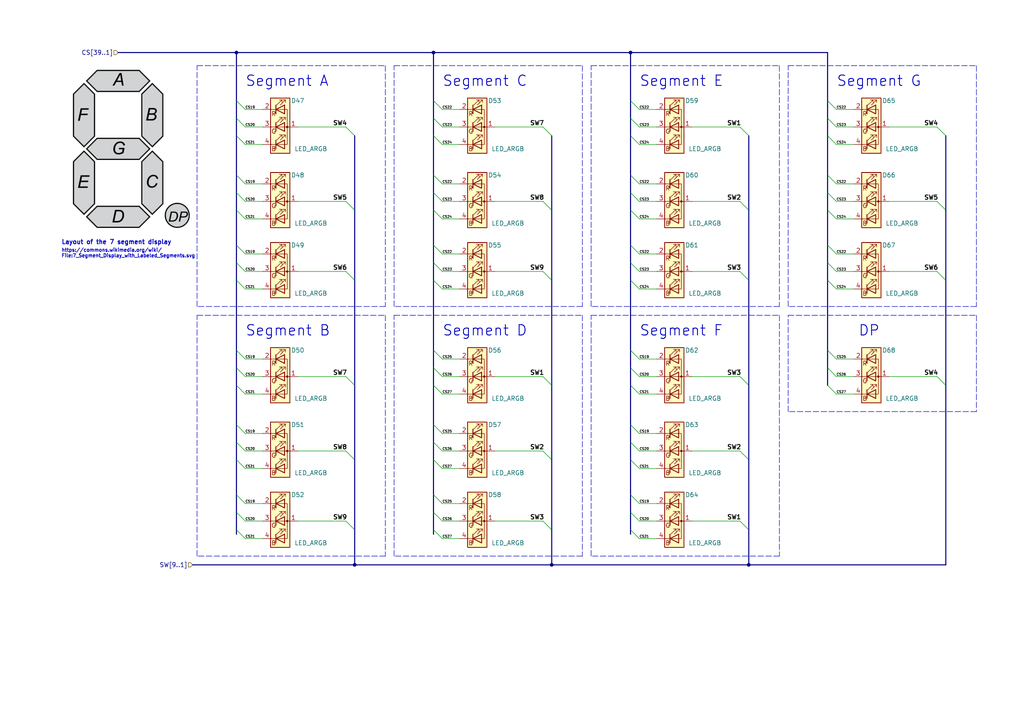
<source format=kicad_sch>
(kicad_sch (version 20211123) (generator eeschema)
  (paper "A4")
  (title_block (title "PMod RGB & Segment Display") (rev "v0.1") (company "James Horton") (comment 1 "interface, all LED's are designed to be indivdually addressable ") (comment 2 "This design is a 4 Digit Seven Segment Display made from RGB LED's, controlled using I2C") (comment 4 "Licensed Under CERN Open Hardware Licence Version 2 - Permissive"))
  (lib_symbols
    (symbol "Device:LED_ARGB" (pin_names (offset 0) hide)
      (property "Reference" "D" (at 0 9.398 0))
      (property "Value" "LED_ARGB" (at 0 -8.89 0))
      (symbol "LED_ARGB_0_0"
        (text "B" (at -1.905 -6.35 0) (effects (font (size 1.27 1.27))))
        (text "G" (at -1.905 -1.27 0) (effects (font (size 1.27 1.27))))
        (text "R" (at -1.905 3.81 0) (effects (font (size 1.27 1.27))))
      )
      (symbol "LED_ARGB_0_1"
        (polyline (pts (xy -1.27 -5.08) (xy -2.54 -5.08)))
        (polyline (pts (xy -1.27 -5.08) (xy 1.27 -5.08)))
        (polyline (pts (xy -1.27 -3.81) (xy -1.27 -6.35)) (stroke (width 0.254)))
        (polyline (pts (xy -1.27 0) (xy -2.54 0)))
        (polyline (pts (xy -1.27 1.27) (xy -1.27 -1.27)) (stroke (width 0.254)))
        (polyline (pts (xy -1.27 5.08) (xy -2.54 5.08)))
        (polyline (pts (xy -1.27 5.08) (xy 1.27 5.08)))
        (polyline (pts (xy -1.27 6.35) (xy -1.27 3.81)) (stroke (width 0.254)))
        (polyline (pts (xy 1.27 0) (xy -1.27 0)))
        (polyline (pts (xy 1.27 0) (xy 2.54 0)))
        (polyline (pts (xy -1.27 1.27) (xy -1.27 -1.27) (xy -1.27 -1.27)))
        (polyline (pts (xy -1.27 6.35) (xy -1.27 3.81) (xy -1.27 3.81)))
        (polyline (pts (xy 1.27 -5.08) (xy 2.032 -5.08) (xy 2.032 5.08) (xy 1.27 5.08)))
        (polyline (pts (xy 1.27 -3.81) (xy 1.27 -6.35) (xy -1.27 -5.08) (xy 1.27 -3.81)) (stroke (width 0.254)))
        (polyline (pts (xy 1.27 1.27) (xy 1.27 -1.27) (xy -1.27 0) (xy 1.27 1.27)) (stroke (width 0.254)))
        (polyline (pts (xy 1.27 6.35) (xy 1.27 3.81) (xy -1.27 5.08) (xy 1.27 6.35)) (stroke (width 0.254)))
        (polyline (pts (xy -1.016 -3.81) (xy 0.508 -2.286) (xy -0.254 -2.286) (xy 0.508 -2.286) (xy 0.508 -3.048)))
        (polyline (pts (xy -1.016 1.27) (xy 0.508 2.794) (xy -0.254 2.794) (xy 0.508 2.794) (xy 0.508 2.032)))
        (polyline (pts (xy -1.016 6.35) (xy 0.508 7.874) (xy -0.254 7.874) (xy 0.508 7.874) (xy 0.508 7.112)))
        (polyline (pts (xy 0 -3.81) (xy 1.524 -2.286) (xy 0.762 -2.286) (xy 1.524 -2.286) (xy 1.524 -3.048)))
        (polyline (pts (xy 0 1.27) (xy 1.524 2.794) (xy 0.762 2.794) (xy 1.524 2.794) (xy 1.524 2.032)))
        (polyline (pts (xy 0 6.35) (xy 1.524 7.874) (xy 0.762 7.874) (xy 1.524 7.874) (xy 1.524 7.112)))
        (rectangle (start 1.27 -1.27) (end 1.27 1.27))
        (rectangle (start 1.27 1.27) (end 1.27 1.27))
        (rectangle (start 1.27 3.81) (end 1.27 6.35))
        (rectangle (start 1.27 6.35) (end 1.27 6.35))
        (circle (center 2.032 0) (radius 0.254) (fill (type outline)))
        (rectangle (start 2.794 8.382) (end -2.794 -7.62) (stroke (width 0.254)) (fill (type background)))
      )
      (symbol "LED_ARGB_1_1"
        (pin passive line (at 5.08 0 180) (length 2.54) (name "A") (number "1"))
        (pin passive line (at -5.08 5.08 0) (length 2.54) (name "RK") (number "2"))
        (pin passive line (at -5.08 0 0) (length 2.54) (name "GK") (number "3"))
        (pin passive line (at -5.08 -5.08 0) (length 2.54) (name "BK") (number "4"))
      )
    )
  )
  (junction (at 217.17 163.83))
  (junction (at 160.02 163.83))
  (junction (at 102.87 163.83))
  (junction (at 182.88 15.24))
  (junction (at 125.73 15.24))
  (junction (at 68.58 15.24))
  (bus_entry (at 182.88 55.88) (size 2.54 2.54))
  (bus_entry (at 125.73 133.35) (size 2.54 2.54))
  (bus_entry (at 214.63 130.81) (size 2.54 2.54))
  (bus_entry (at 214.63 109.22) (size 2.54 2.54))
  (bus_entry (at 214.63 36.83) (size 2.54 2.54))
  (bus_entry (at 125.73 81.28) (size 2.54 2.54))
  (bus_entry (at 240.03 55.88) (size 2.54 2.54))
  (bus_entry (at 182.88 76.2) (size 2.54 2.54))
  (bus_entry (at 182.88 50.8) (size 2.54 2.54))
  (bus_entry (at 125.73 50.8) (size 2.54 2.54))
  (bus_entry (at 68.58 39.37) (size 2.54 2.54))
  (bus_entry (at 100.33 36.83) (size 2.54 2.54))
  (bus_entry (at 125.73 143.51) (size 2.54 2.54))
  (bus_entry (at 240.03 106.68) (size 2.54 2.54))
  (bus_entry (at 68.58 143.51) (size 2.54 2.54))
  (bus_entry (at 182.88 128.27) (size 2.54 2.54))
  (bus_entry (at 182.88 133.35) (size 2.54 2.54))
  (bus_entry (at 182.88 39.37) (size 2.54 2.54))
  (bus_entry (at 182.88 101.6) (size 2.54 2.54))
  (bus_entry (at 125.73 148.59) (size 2.54 2.54))
  (bus_entry (at 182.88 111.76) (size 2.54 2.54))
  (bus_entry (at 240.03 71.12) (size 2.54 2.54))
  (bus_entry (at 100.33 151.13) (size 2.54 2.54))
  (bus_entry (at 182.88 60.96) (size 2.54 2.54))
  (bus_entry (at 240.03 39.37) (size 2.54 2.54))
  (bus_entry (at 240.03 50.8) (size 2.54 2.54))
  (bus_entry (at 182.88 148.59) (size 2.54 2.54))
  (bus_entry (at 125.73 153.67) (size 2.54 2.54))
  (bus_entry (at 182.88 34.29) (size 2.54 2.54))
  (bus_entry (at 157.48 151.13) (size 2.54 2.54))
  (bus_entry (at 271.78 109.22) (size 2.54 2.54))
  (bus_entry (at 125.73 71.12) (size 2.54 2.54))
  (bus_entry (at 68.58 153.67) (size 2.54 2.54))
  (bus_entry (at 214.63 58.42) (size 2.54 2.54))
  (bus_entry (at 182.88 81.28) (size 2.54 2.54))
  (bus_entry (at 157.48 58.42) (size 2.54 2.54))
  (bus_entry (at 240.03 101.6) (size 2.54 2.54))
  (bus_entry (at 182.88 71.12) (size 2.54 2.54))
  (bus_entry (at 100.33 78.74) (size 2.54 2.54))
  (bus_entry (at 214.63 78.74) (size 2.54 2.54))
  (bus_entry (at 125.73 111.76) (size 2.54 2.54))
  (bus_entry (at 125.73 106.68) (size 2.54 2.54))
  (bus_entry (at 182.88 123.19) (size 2.54 2.54))
  (bus_entry (at 68.58 133.35) (size 2.54 2.54))
  (bus_entry (at 240.03 111.76) (size 2.54 2.54))
  (bus_entry (at 68.58 71.12) (size 2.54 2.54))
  (bus_entry (at 271.78 58.42) (size 2.54 2.54))
  (bus_entry (at 125.73 101.6) (size 2.54 2.54))
  (bus_entry (at 125.73 29.21) (size 2.54 2.54))
  (bus_entry (at 68.58 101.6) (size 2.54 2.54))
  (bus_entry (at 240.03 81.28) (size 2.54 2.54))
  (bus_entry (at 125.73 76.2) (size 2.54 2.54))
  (bus_entry (at 125.73 34.29) (size 2.54 2.54))
  (bus_entry (at 182.88 29.21) (size 2.54 2.54))
  (bus_entry (at 157.48 36.83) (size 2.54 2.54))
  (bus_entry (at 68.58 60.96) (size 2.54 2.54))
  (bus_entry (at 68.58 55.88) (size 2.54 2.54))
  (bus_entry (at 214.63 151.13) (size 2.54 2.54))
  (bus_entry (at 240.03 29.21) (size 2.54 2.54))
  (bus_entry (at 100.33 109.22) (size 2.54 2.54))
  (bus_entry (at 240.03 60.96) (size 2.54 2.54))
  (bus_entry (at 125.73 60.96) (size 2.54 2.54))
  (bus_entry (at 68.58 29.21) (size 2.54 2.54))
  (bus_entry (at 68.58 128.27) (size 2.54 2.54))
  (bus_entry (at 68.58 34.29) (size 2.54 2.54))
  (bus_entry (at 68.58 106.68) (size 2.54 2.54))
  (bus_entry (at 240.03 76.2) (size 2.54 2.54))
  (bus_entry (at 68.58 148.59) (size 2.54 2.54))
  (bus_entry (at 68.58 76.2) (size 2.54 2.54))
  (bus_entry (at 157.48 78.74) (size 2.54 2.54))
  (bus_entry (at 240.03 34.29) (size 2.54 2.54))
  (bus_entry (at 157.48 130.81) (size 2.54 2.54))
  (bus_entry (at 125.73 55.88) (size 2.54 2.54))
  (bus_entry (at 100.33 130.81) (size 2.54 2.54))
  (bus_entry (at 68.58 50.8) (size 2.54 2.54))
  (bus_entry (at 125.73 39.37) (size 2.54 2.54))
  (bus_entry (at 125.73 123.19) (size 2.54 2.54))
  (bus_entry (at 157.48 109.22) (size 2.54 2.54))
  (bus_entry (at 182.88 143.51) (size 2.54 2.54))
  (bus_entry (at 271.78 36.83) (size 2.54 2.54))
  (bus_entry (at 125.73 128.27) (size 2.54 2.54))
  (bus_entry (at 68.58 111.76) (size 2.54 2.54))
  (bus_entry (at 68.58 123.19) (size 2.54 2.54))
  (bus_entry (at 182.88 106.68) (size 2.54 2.54))
  (bus_entry (at 100.33 58.42) (size 2.54 2.54))
  (bus_entry (at 68.58 81.28) (size 2.54 2.54))
  (bus_entry (at 182.88 153.67) (size 2.54 2.54))
  (bus_entry (at 271.78 78.74) (size 2.54 2.54))
  (wire (pts (xy 200.66 109.22) (xy 214.63 109.22)))
  (wire (pts (xy 86.36 109.22) (xy 100.33 109.22)))
  (wire (pts (xy 242.57 36.83) (xy 247.65 36.83)))
  (bus (pts (xy 125.73 143.51) (xy 125.73 148.59)))
  (wire (pts (xy 71.12 73.66) (xy 76.2 73.66)))
  (wire (pts (xy 71.12 36.83) (xy 76.2 36.83)))
  (bus (pts (xy 68.58 123.19) (xy 68.58 128.27)))
  (polyline (pts (xy 171.45 88.9) (xy 171.45 19.05)))
  (wire (pts (xy 242.57 104.14) (xy 247.65 104.14)))
  (wire (pts (xy 185.42 104.14) (xy 190.5 104.14)))
  (wire (pts (xy 214.63 130.81) (xy 200.66 130.81)))
  (bus (pts (xy 274.32 60.96) (xy 274.32 81.28)))
  (wire (pts (xy 128.27 156.21) (xy 133.35 156.21)))
  (bus (pts (xy 125.73 15.24) (xy 182.88 15.24)))
  (bus (pts (xy 240.03 50.8) (xy 240.03 55.88)))
  (wire (pts (xy 242.57 73.66) (xy 247.65 73.66)))
  (wire (pts (xy 128.27 78.74) (xy 133.35 78.74)))
  (wire (pts (xy 185.42 156.21) (xy 190.5 156.21)))
  (bus (pts (xy 125.73 55.88) (xy 125.73 60.96)))
  (wire (pts (xy 242.57 41.91) (xy 247.65 41.91)))
  (wire (pts (xy 200.66 36.83) (xy 214.63 36.83)))
  (polyline (pts (xy 111.76 19.05) (xy 111.76 88.9)))
  (wire (pts (xy 257.81 78.74) (xy 271.78 78.74)))
  (polyline (pts (xy 283.21 119.38) (xy 228.6 119.38)))
  (bus (pts (xy 182.88 60.96) (xy 182.88 71.12)))
  (bus (pts (xy 125.73 71.12) (xy 125.73 76.2)))
  (bus (pts (xy 217.17 163.83) (xy 274.32 163.83)))
  (bus (pts (xy 182.88 133.35) (xy 182.88 143.51)))
  (bus (pts (xy 68.58 15.24) (xy 125.73 15.24)))
  (wire (pts (xy 128.27 114.3) (xy 133.35 114.3)))
  (bus (pts (xy 217.17 81.28) (xy 217.17 111.76)))
  (wire (pts (xy 71.12 78.74) (xy 76.2 78.74)))
  (wire (pts (xy 71.12 31.75) (xy 76.2 31.75)))
  (bus (pts (xy 182.88 148.59) (xy 182.88 153.67)))
  (bus (pts (xy 182.88 29.21) (xy 182.88 34.29)))
  (wire (pts (xy 143.51 36.83) (xy 157.48 36.83)))
  (bus (pts (xy 68.58 76.2) (xy 68.58 81.28)))
  (wire (pts (xy 128.27 31.75) (xy 133.35 31.75)))
  (wire (pts (xy 71.12 156.21) (xy 76.2 156.21)))
  (wire (pts (xy 185.42 146.05) (xy 190.5 146.05)))
  (bus (pts (xy 68.58 153.67) (xy 68.58 154.94)))
  (wire (pts (xy 185.42 53.34) (xy 190.5 53.34)))
  (polyline (pts (xy 171.45 161.29) (xy 171.45 91.44)))
  (wire (pts (xy 143.51 109.22) (xy 157.48 109.22)))
  (bus (pts (xy 68.58 111.76) (xy 68.58 123.19)))
  (wire (pts (xy 214.63 58.42) (xy 200.66 58.42)))
  (wire (pts (xy 242.57 58.42) (xy 247.65 58.42)))
  (wire (pts (xy 185.42 73.66) (xy 190.5 73.66)))
  (bus (pts (xy 182.88 143.51) (xy 182.88 148.59)))
  (bus (pts (xy 182.88 106.68) (xy 182.88 111.76)))
  (wire (pts (xy 128.27 104.14) (xy 133.35 104.14)))
  (bus (pts (xy 182.88 50.8) (xy 182.88 55.88)))
  (wire (pts (xy 128.27 151.13) (xy 133.35 151.13)))
  (wire (pts (xy 271.78 58.42) (xy 257.81 58.42)))
  (wire (pts (xy 242.57 31.75) (xy 247.65 31.75)))
  (bus (pts (xy 240.03 55.88) (xy 240.03 60.96)))
  (wire (pts (xy 185.42 58.42) (xy 190.5 58.42)))
  (wire (pts (xy 185.42 36.83) (xy 190.5 36.83)))
  (bus (pts (xy 160.02 111.76) (xy 160.02 81.28)))
  (bus (pts (xy 68.58 29.21) (xy 68.58 34.29)))
  (wire (pts (xy 185.42 114.3) (xy 190.5 114.3)))
  (bus (pts (xy 68.58 39.37) (xy 68.58 50.8)))
  (bus (pts (xy 240.03 101.6) (xy 240.03 106.68)))
  (wire (pts (xy 128.27 41.91) (xy 133.35 41.91)))
  (wire (pts (xy 128.27 125.73) (xy 133.35 125.73)))
  (bus (pts (xy 102.87 60.96) (xy 102.87 81.28)))
  (wire (pts (xy 257.81 109.22) (xy 271.78 109.22)))
  (wire (pts (xy 185.42 41.91) (xy 190.5 41.91)))
  (polyline (pts (xy 114.3 88.9) (xy 114.3 19.05)))
  (wire (pts (xy 71.12 130.81) (xy 76.2 130.81)))
  (bus (pts (xy 55.88 163.83) (xy 102.87 163.83)))
  (bus (pts (xy 68.58 81.28) (xy 68.58 101.6)))
  (polyline (pts (xy 171.45 19.05) (xy 226.06 19.05)))
  (wire (pts (xy 71.12 114.3) (xy 76.2 114.3)))
  (polyline (pts (xy 226.06 91.44) (xy 226.06 161.29)))
  (wire (pts (xy 185.42 109.22) (xy 190.5 109.22)))
  (bus (pts (xy 125.73 148.59) (xy 125.73 153.67)))
  (bus (pts (xy 125.73 34.29) (xy 125.73 39.37)))
  (bus (pts (xy 182.88 15.24) (xy 240.03 15.24)))
  (polyline (pts (xy 57.15 91.44) (xy 111.76 91.44)))
  (polyline (pts (xy 228.6 19.05) (xy 283.21 19.05)))
  (polyline (pts (xy 228.6 119.38) (xy 228.6 91.44)))
  (bus (pts (xy 274.32 111.76) (xy 274.32 163.83)))
  (bus (pts (xy 68.58 133.35) (xy 68.58 143.51)))
  (polyline (pts (xy 111.76 91.44) (xy 111.76 161.29)))
  (wire (pts (xy 157.48 58.42) (xy 143.51 58.42)))
  (bus (pts (xy 125.73 81.28) (xy 125.73 101.6)))
  (wire (pts (xy 157.48 130.81) (xy 143.51 130.81)))
  (bus (pts (xy 125.73 111.76) (xy 125.73 123.19)))
  (bus (pts (xy 160.02 60.96) (xy 160.02 39.37)))
  (wire (pts (xy 71.12 58.42) (xy 76.2 58.42)))
  (polyline (pts (xy 228.6 91.44) (xy 283.21 91.44)))
  (bus (pts (xy 182.88 153.67) (xy 182.88 154.94)))
  (wire (pts (xy 143.51 78.74) (xy 157.48 78.74)))
  (bus (pts (xy 217.17 133.35) (xy 217.17 153.67)))
  (bus (pts (xy 102.87 81.28) (xy 102.87 111.76)))
  (wire (pts (xy 185.42 135.89) (xy 190.5 135.89)))
  (bus (pts (xy 217.17 39.37) (xy 217.17 60.96)))
  (bus (pts (xy 102.87 153.67) (xy 102.87 163.83)))
  (polyline (pts (xy 57.15 19.05) (xy 111.76 19.05)))
  (bus (pts (xy 274.32 39.37) (xy 274.32 60.96)))
  (wire (pts (xy 86.36 151.13) (xy 100.33 151.13)))
  (wire (pts (xy 242.57 63.5) (xy 247.65 63.5)))
  (bus (pts (xy 240.03 15.24) (xy 240.03 29.21)))
  (bus (pts (xy 125.73 15.24) (xy 125.73 29.21)))
  (polyline (pts (xy 283.21 19.05) (xy 283.21 88.9)))
  (wire (pts (xy 71.12 146.05) (xy 76.2 146.05)))
  (wire (pts (xy 200.66 151.13) (xy 214.63 151.13)))
  (polyline (pts (xy 57.15 88.9) (xy 57.15 19.05)))
  (polyline (pts (xy 228.6 88.9) (xy 228.6 19.05)))
  (wire (pts (xy 242.57 53.34) (xy 247.65 53.34)))
  (bus (pts (xy 125.73 29.21) (xy 125.73 34.29)))
  (wire (pts (xy 200.66 78.74) (xy 214.63 78.74)))
  (bus (pts (xy 125.73 133.35) (xy 125.73 143.51)))
  (bus (pts (xy 217.17 111.76) (xy 217.17 133.35)))
  (bus (pts (xy 182.88 76.2) (xy 182.88 81.28)))
  (wire (pts (xy 143.51 151.13) (xy 157.48 151.13)))
  (bus (pts (xy 125.73 101.6) (xy 125.73 106.68)))
  (bus (pts (xy 160.02 163.83) (xy 217.17 163.83)))
  (bus (pts (xy 125.73 153.67) (xy 125.73 154.94)))
  (polyline (pts (xy 283.21 91.44) (xy 283.21 119.38)))
  (wire (pts (xy 185.42 63.5) (xy 190.5 63.5)))
  (bus (pts (xy 68.58 148.59) (xy 68.58 153.67)))
  (bus (pts (xy 182.88 81.28) (xy 182.88 101.6)))
  (bus (pts (xy 125.73 50.8) (xy 125.73 55.88)))
  (bus (pts (xy 68.58 101.6) (xy 68.58 106.68)))
  (bus (pts (xy 125.73 123.19) (xy 125.73 128.27)))
  (bus (pts (xy 68.58 106.68) (xy 68.58 111.76)))
  (bus (pts (xy 68.58 71.12) (xy 68.58 76.2)))
  (wire (pts (xy 128.27 73.66) (xy 133.35 73.66)))
  (bus (pts (xy 182.88 39.37) (xy 182.88 50.8)))
  (bus (pts (xy 182.88 123.19) (xy 182.88 128.27)))
  (polyline (pts (xy 168.91 91.44) (xy 168.91 161.29)))
  (bus (pts (xy 182.88 15.24) (xy 182.88 29.21)))
  (bus (pts (xy 102.87 39.37) (xy 102.87 60.96)))
  (polyline (pts (xy 226.06 88.9) (xy 171.45 88.9)))
  (polyline (pts (xy 114.3 19.05) (xy 168.91 19.05)))
  (bus (pts (xy 217.17 153.67) (xy 217.17 163.83)))
  (wire (pts (xy 71.12 63.5) (xy 76.2 63.5)))
  (wire (pts (xy 71.12 135.89) (xy 76.2 135.89)))
  (wire (pts (xy 100.33 130.81) (xy 86.36 130.81)))
  (bus (pts (xy 102.87 111.76) (xy 102.87 133.35)))
  (polyline (pts (xy 114.3 161.29) (xy 114.3 91.44)))
  (bus (pts (xy 160.02 133.35) (xy 160.02 111.76)))
  (bus (pts (xy 125.73 76.2) (xy 125.73 81.28)))
  (wire (pts (xy 128.27 58.42) (xy 133.35 58.42)))
  (polyline (pts (xy 111.76 161.29) (xy 57.15 161.29)))
  (wire (pts (xy 257.81 36.83) (xy 271.78 36.83)))
  (wire (pts (xy 185.42 31.75) (xy 190.5 31.75)))
  (bus (pts (xy 68.58 143.51) (xy 68.58 148.59)))
  (bus (pts (xy 240.03 29.21) (xy 240.03 34.29)))
  (wire (pts (xy 86.36 36.83) (xy 100.33 36.83)))
  (wire (pts (xy 185.42 125.73) (xy 190.5 125.73)))
  (bus (pts (xy 125.73 60.96) (xy 125.73 71.12)))
  (bus (pts (xy 240.03 39.37) (xy 240.03 50.8)))
  (bus (pts (xy 240.03 76.2) (xy 240.03 81.28)))
  (wire (pts (xy 128.27 135.89) (xy 133.35 135.89)))
  (wire (pts (xy 86.36 78.74) (xy 100.33 78.74)))
  (wire (pts (xy 185.42 83.82) (xy 190.5 83.82)))
  (polyline (pts (xy 168.91 19.05) (xy 168.91 88.9)))
  (wire (pts (xy 128.27 36.83) (xy 133.35 36.83)))
  (bus (pts (xy 182.88 71.12) (xy 182.88 76.2)))
  (bus (pts (xy 217.17 60.96) (xy 217.17 81.28)))
  (bus (pts (xy 182.88 111.76) (xy 182.88 123.19)))
  (wire (pts (xy 71.12 151.13) (xy 76.2 151.13)))
  (bus (pts (xy 182.88 128.27) (xy 182.88 133.35)))
  (bus (pts (xy 68.58 15.24) (xy 68.58 29.21)))
  (bus (pts (xy 68.58 55.88) (xy 68.58 60.96)))
  (bus (pts (xy 182.88 101.6) (xy 182.88 106.68)))
  (wire (pts (xy 242.57 114.3) (xy 247.65 114.3)))
  (wire (pts (xy 185.42 151.13) (xy 190.5 151.13)))
  (wire (pts (xy 71.12 125.73) (xy 76.2 125.73)))
  (wire (pts (xy 71.12 83.82) (xy 76.2 83.82)))
  (wire (pts (xy 242.57 78.74) (xy 247.65 78.74)))
  (bus (pts (xy 160.02 153.67) (xy 160.02 133.35)))
  (bus (pts (xy 102.87 133.35) (xy 102.87 153.67)))
  (bus (pts (xy 34.29 15.24) (xy 68.58 15.24)))
  (bus (pts (xy 160.02 163.83) (xy 160.02 153.67)))
  (polyline (pts (xy 283.21 88.9) (xy 228.6 88.9)))
  (bus (pts (xy 182.88 55.88) (xy 182.88 60.96)))
  (wire (pts (xy 128.27 130.81) (xy 133.35 130.81)))
  (bus (pts (xy 240.03 34.29) (xy 240.03 39.37)))
  (polyline (pts (xy 114.3 91.44) (xy 168.91 91.44)))
  (bus (pts (xy 125.73 128.27) (xy 125.73 133.35)))
  (wire (pts (xy 128.27 53.34) (xy 133.35 53.34)))
  (wire (pts (xy 128.27 63.5) (xy 133.35 63.5)))
  (bus (pts (xy 240.03 60.96) (xy 240.03 71.12)))
  (polyline (pts (xy 168.91 88.9) (xy 114.3 88.9)))
  (bus (pts (xy 240.03 81.28) (xy 240.03 101.6)))
  (polyline (pts (xy 111.76 88.9) (xy 57.15 88.9)))
  (bus (pts (xy 160.02 81.28) (xy 160.02 60.96)))
  (polyline (pts (xy 226.06 161.29) (xy 171.45 161.29)))
  (bus (pts (xy 125.73 106.68) (xy 125.73 111.76)))
  (wire (pts (xy 242.57 109.22) (xy 247.65 109.22)))
  (wire (pts (xy 71.12 41.91) (xy 76.2 41.91)))
  (polyline (pts (xy 171.45 91.44) (xy 226.06 91.44)))
  (polyline (pts (xy 168.91 161.29) (xy 114.3 161.29)))
  (polyline (pts (xy 57.15 161.29) (xy 57.15 91.44)))
  (bus (pts (xy 125.73 39.37) (xy 125.73 50.8)))
  (bus (pts (xy 274.32 81.28) (xy 274.32 111.76)))
  (wire (pts (xy 128.27 146.05) (xy 133.35 146.05)))
  (bus (pts (xy 68.58 50.8) (xy 68.58 55.88)))
  (bus (pts (xy 240.03 106.68) (xy 240.03 111.76)))
  (wire (pts (xy 185.42 130.81) (xy 190.5 130.81)))
  (polyline (pts (xy 226.06 19.05) (xy 226.06 88.9)))
  (wire (pts (xy 128.27 109.22) (xy 133.35 109.22)))
  (bus (pts (xy 102.87 163.83) (xy 160.02 163.83)))
  (bus (pts (xy 68.58 34.29) (xy 68.58 39.37)))
  (wire (pts (xy 242.57 83.82) (xy 247.65 83.82)))
  (wire (pts (xy 185.42 78.74) (xy 190.5 78.74)))
  (wire (pts (xy 71.12 53.34) (xy 76.2 53.34)))
  (bus (pts (xy 68.58 128.27) (xy 68.58 133.35)))
  (bus (pts (xy 240.03 71.12) (xy 240.03 76.2)))
  (wire (pts (xy 71.12 104.14) (xy 76.2 104.14)))
  (wire (pts (xy 128.27 83.82) (xy 133.35 83.82)))
  (wire (pts (xy 71.12 109.22) (xy 76.2 109.22)))
  (wire (pts (xy 100.33 58.42) (xy 86.36 58.42)))
  (bus (pts (xy 182.88 34.29) (xy 182.88 39.37)))
  (bus (pts (xy 68.58 60.96) (xy 68.58 71.12)))
  (image (at 38.1 43.18))
  (text "https://commons.wikimedia.org/wiki/\nFile:7_Segment_Display_with_Labeled_Segments.svg" (at 17.78 74.93 0) (effects (font (size 1 1) bold) (justify left bottom)))
  (text "Segment F" (at 185.42 97.79 0) (effects (font (size 3 3) (thickness 0.254) bold) (justify left bottom)))
  (text "Segment D" (at 128.27 97.79 0) (effects (font (size 3 3) (thickness 0.254) bold) (justify left bottom)))
  (text "Segment G" (at 242.57 25.4 0) (effects (font (size 3 3) (thickness 0.254) bold) (justify left bottom)))
  (text "Segment E" (at 185.42 25.4 0) (effects (font (size 3 3) (thickness 0.254) bold) (justify left bottom)))
  (text "Segment A" (at 71.12 25.4 0) (effects (font (size 3 3) (thickness 0.254) bold) (justify left bottom)))
  (text "DP\n" (at 248.92 97.79 0) (effects (font (size 3 3) (thickness 0.254) bold) (justify left bottom)))
  (text "Layout of the 7 segment display" (at 17.78 71.12 0) (effects (font (size 1.27 1.27) bold) (justify left bottom)))
  (text "Segment C" (at 128.27 25.4 0) (effects (font (size 3 3) (thickness 0.254) bold) (justify left bottom)))
  (text "Segment B" (at 71.12 97.79 0) (effects (font (size 3 3) (thickness 0.254) bold) (justify left bottom)))
  (label "SW3" (at 153.67 151.13 0) (effects (font bold)))
  (label "CS21" (at 71.12 83.82 0) (effects (font (size 0.7 0.7) bold)))
  (label "CS20" (at 71.12 151.13 0) (effects (font (size 0.7 0.7) bold)))
  (label "SW5" (at 267.97 58.42 0) (effects (font bold)))
  (label "SW2" (at 210.82 58.42 0) (effects (font bold)))
  (label "CS20" (at 71.12 130.81 0) (effects (font (size 0.7 0.7) bold)))
  (label "CS22" (at 185.42 31.75 0) (effects (font (size 0.7 0.7) bold)))
  (label "SW5" (at 96.52 58.42 0) (effects (font bold)))
  (label "CS23" (at 128.27 78.74 0) (effects (font (size 0.7 0.7) bold)))
  (label "CS20" (at 71.12 78.74 0) (effects (font (size 0.7 0.7) bold)))
  (label "CS24" (at 185.42 83.82 0) (effects (font (size 0.7 0.7) bold)))
  (label "CS21" (at 185.42 114.3 0) (effects (font (size 0.7 0.7) bold)))
  (label "CS23" (at 242.57 78.74 0) (effects (font (size 0.7 0.7) bold)))
  (label "CS24" (at 242.57 83.82 0) (effects (font (size 0.7 0.7) bold)))
  (label "CS19" (at 71.12 53.34 0) (effects (font (size 0.7 0.7) bold)))
  (label "SW9" (at 153.67 78.74 0) (effects (font bold)))
  (label "CS19" (at 71.12 125.73 0) (effects (font (size 0.7 0.7) bold)))
  (label "SW6" (at 96.52 78.74 0) (effects (font bold)))
  (label "CS20" (at 185.42 130.81 0) (effects (font (size 0.7 0.7) bold)))
  (label "CS22" (at 185.42 53.34 0) (effects (font (size 0.7 0.7) bold)))
  (label "CS24" (at 242.57 41.91 0) (effects (font (size 0.7 0.7) bold)))
  (label "CS24" (at 128.27 83.82 0) (effects (font (size 0.7 0.7) bold)))
  (label "CS23" (at 128.27 58.42 0) (effects (font (size 0.7 0.7) bold)))
  (label "CS26" (at 128.27 109.22 0) (effects (font (size 0.7 0.7) bold)))
  (label "CS24" (at 128.27 63.5 0) (effects (font (size 0.7 0.7) bold)))
  (label "CS25" (at 128.27 146.05 0) (effects (font (size 0.7 0.7) bold)))
  (label "CS26" (at 128.27 130.81 0) (effects (font (size 0.7 0.7) bold)))
  (label "CS23" (at 242.57 58.42 0) (effects (font (size 0.7 0.7) bold)))
  (label "CS21" (at 71.12 41.91 0) (effects (font (size 0.7 0.7) bold)))
  (label "CS27" (at 128.27 156.21 0) (effects (font (size 0.7 0.7) bold)))
  (label "CS25" (at 242.57 104.14 0) (effects (font (size 0.7 0.7) bold)))
  (label "SW9" (at 96.52 151.13 0) (effects (font bold)))
  (label "SW1" (at 210.82 151.13 0) (effects (font bold)))
  (label "CS25" (at 128.27 104.14 0) (effects (font (size 0.7 0.7) bold)))
  (label "CS21" (at 71.12 156.21 0) (effects (font (size 0.7 0.7) bold)))
  (label "CS20" (at 185.42 109.22 0) (effects (font (size 0.7 0.7) bold)))
  (label "CS19" (at 71.12 146.05 0) (effects (font (size 0.7 0.7) bold)))
  (label "SW6" (at 267.97 78.74 0) (effects (font bold)))
  (label "SW7" (at 153.67 36.83 0) (effects (font bold)))
  (label "CS19" (at 71.12 73.66 0) (effects (font (size 0.7 0.7) bold)))
  (label "CS22" (at 185.42 73.66 0) (effects (font (size 0.7 0.7) bold)))
  (label "CS22" (at 242.57 53.34 0) (effects (font (size 0.7 0.7) bold)))
  (label "CS19" (at 71.12 31.75 0) (effects (font (size 0.7 0.7) bold)))
  (label "CS22" (at 128.27 31.75 0) (effects (font (size 0.7 0.7) bold)))
  (label "CS21" (at 71.12 135.89 0) (effects (font (size 0.7 0.7) bold)))
  (label "CS24" (at 128.27 41.91 0) (effects (font (size 0.7 0.7) bold)))
  (label "CS21" (at 71.12 114.3 0) (effects (font (size 0.7 0.7) bold)))
  (label "CS23" (at 185.42 36.83 0) (effects (font (size 0.7 0.7) bold)))
  (label "SW3" (at 210.82 109.22 0) (effects (font bold)))
  (label "SW2" (at 210.82 130.81 0) (effects (font bold)))
  (label "CS27" (at 242.57 114.3 0) (effects (font (size 0.7 0.7) bold)))
  (label "SW4" (at 267.97 36.83 0) (effects (font bold)))
  (label "CS27" (at 128.27 114.3 0) (effects (font (size 0.7 0.7) bold)))
  (label "CS26" (at 128.27 151.13 0) (effects (font (size 0.7 0.7) bold)))
  (label "CS23" (at 128.27 36.83 0) (effects (font (size 0.7 0.7) bold)))
  (label "CS20" (at 71.12 109.22 0) (effects (font (size 0.7 0.7) bold)))
  (label "CS20" (at 71.12 36.83 0) (effects (font (size 0.7 0.7) bold)))
  (label "SW1" (at 210.82 36.83 0) (effects (font bold)))
  (label "SW2" (at 153.67 130.81 0) (effects (font bold)))
  (label "SW3" (at 210.82 78.74 0) (effects (font bold)))
  (label "CS23" (at 185.42 78.74 0) (effects (font (size 0.7 0.7) bold)))
  (label "CS20" (at 71.12 58.42 0) (effects (font (size 0.7 0.7) bold)))
  (label "SW1" (at 153.67 109.22 0) (effects (font bold)))
  (label "SW8" (at 96.52 130.81 0) (effects (font bold)))
  (label "SW8" (at 153.67 58.42 0) (effects (font bold)))
  (label "CS19" (at 185.42 104.14 0) (effects (font (size 0.7 0.7) bold)))
  (label "CS24" (at 185.42 41.91 0) (effects (font (size 0.7 0.7) bold)))
  (label "CS20" (at 185.42 151.13 0) (effects (font (size 0.7 0.7) bold)))
  (label "CS25" (at 128.27 125.73 0) (effects (font (size 0.7 0.7) bold)))
  (label "SW4" (at 96.52 36.83 0) (effects (font bold)))
  (label "CS26" (at 242.57 109.22 0) (effects (font (size 0.7 0.7) bold)))
  (label "CS23" (at 185.42 58.42 0) (effects (font (size 0.7 0.7) bold)))
  (label "CS22" (at 242.57 73.66 0) (effects (font (size 0.7 0.7) bold)))
  (label "CS27" (at 128.27 135.89 0) (effects (font (size 0.7 0.7) bold)))
  (label "CS22" (at 128.27 53.34 0) (effects (font (size 0.7 0.7) bold)))
  (label "CS19" (at 185.42 146.05 0) (effects (font (size 0.7 0.7) bold)))
  (label "SW7" (at 96.52 109.22 0) (effects (font bold)))
  (label "CS21" (at 185.42 135.89 0) (effects (font (size 0.7 0.7) bold)))
  (label "CS21" (at 185.42 156.21 0) (effects (font (size 0.7 0.7) bold)))
  (label "CS23" (at 242.57 36.83 0) (effects (font (size 0.7 0.7) bold)))
  (label "CS19" (at 185.42 125.73 0) (effects (font (size 0.7 0.7) bold)))
  (label "CS24" (at 185.42 63.5 0) (effects (font (size 0.7 0.7) bold)))
  (label "CS22" (at 128.27 73.66 0) (effects (font (size 0.7 0.7) bold)))
  (label "SW4" (at 267.97 109.22 0) (effects (font bold)))
  (label "CS24" (at 242.57 63.5 0) (effects (font (size 0.7 0.7) bold)))
  (label "CS21" (at 71.12 63.5 0) (effects (font (size 0.7 0.7) bold)))
  (label "CS19" (at 71.12 104.14 0) (effects (font (size 0.7 0.7) bold)))
  (label "CS22" (at 242.57 31.75 0) (effects (font (size 0.7 0.7) bold)))
  (hierarchical_label "SW[9..1]" (shape input) (at 55.88 163.83 180))
  (hierarchical_label "CS[39..1]" (shape input) (at 34.29 15.24 180))
  (symbol (lib_id "Device:LED_ARGB") (at 195.58 109.22 0) (unit 1)
    (property "Reference" "D62" (at 200.66 101.6 0))
    (property "Value" "LED_ARGB" (at 204.47 115.57 0))
    (property "Footprint" "jjh:SX-0402-RGB" (effects hide))
  )
  (symbol (lib_id "Device:LED_ARGB") (at 195.58 78.74 0) (unit 1)
    (property "Reference" "D61" (at 200.66 71.12 0))
    (property "Value" "LED_ARGB" (at 204.47 85.09 0))
    (property "Footprint" "jjh:SX-0402-RGB" (effects hide))
  )
  (symbol (lib_id "Device:LED_ARGB") (at 252.73 109.22 0) (unit 1)
    (property "Reference" "D68" (at 257.81 101.6 0))
    (property "Value" "LED_ARGB" (at 261.62 115.57 0))
    (property "Footprint" "jjh:SX-0402-RGB" (effects hide))
  )
  (symbol (lib_id "Device:LED_ARGB") (at 81.28 36.83 0) (unit 1)
    (property "Reference" "D47" (at 86.36 29.21 0))
    (property "Value" "LED_ARGB" (at 90.17 43.18 0))
    (property "Footprint" "jjh:SX-0402-RGB" (effects hide))
  )
  (symbol (lib_id "Device:LED_ARGB") (at 138.43 58.42 0) (unit 1)
    (property "Reference" "D54" (at 143.51 50.8 0))
    (property "Value" "LED_ARGB" (at 147.32 64.77 0))
    (property "Footprint" "jjh:SX-0402-RGB" (effects hide))
  )
  (symbol (lib_id "Device:LED_ARGB") (at 195.58 130.81 0) (unit 1)
    (property "Reference" "D63" (at 200.66 123.19 0))
    (property "Value" "LED_ARGB" (at 204.47 137.16 0))
    (property "Footprint" "jjh:SX-0402-RGB" (effects hide))
  )
  (symbol (lib_id "Device:LED_ARGB") (at 81.28 78.74 0) (unit 1)
    (property "Reference" "D49" (at 86.36 71.12 0))
    (property "Value" "LED_ARGB" (at 90.17 85.09 0))
    (property "Footprint" "jjh:SX-0402-RGB" (effects hide))
  )
  (symbol (lib_id "Device:LED_ARGB") (at 138.43 109.22 0) (unit 1)
    (property "Reference" "D56" (at 143.51 101.6 0))
    (property "Value" "LED_ARGB" (at 147.32 115.57 0))
    (property "Footprint" "jjh:SX-0402-RGB" (effects hide))
  )
  (symbol (lib_id "Device:LED_ARGB") (at 252.73 58.42 0) (unit 1)
    (property "Reference" "D66" (at 257.81 50.8 0))
    (property "Value" "LED_ARGB" (at 261.62 64.77 0))
    (property "Footprint" "jjh:SX-0402-RGB" (effects hide))
  )
  (symbol (lib_id "Device:LED_ARGB") (at 138.43 130.81 0) (unit 1)
    (property "Reference" "D57" (at 143.51 123.19 0))
    (property "Value" "LED_ARGB" (at 147.32 137.16 0))
    (property "Footprint" "jjh:SX-0402-RGB" (effects hide))
  )
  (symbol (lib_id "Device:LED_ARGB") (at 138.43 78.74 0) (unit 1)
    (property "Reference" "D55" (at 143.51 71.12 0))
    (property "Value" "LED_ARGB" (at 147.32 85.09 0))
    (property "Footprint" "jjh:SX-0402-RGB" (effects hide))
  )
  (symbol (lib_id "Device:LED_ARGB") (at 252.73 36.83 0) (unit 1)
    (property "Reference" "D65" (at 257.81 29.21 0))
    (property "Value" "LED_ARGB" (at 261.62 43.18 0))
    (property "Footprint" "jjh:SX-0402-RGB" (effects hide))
  )
  (symbol (lib_id "Device:LED_ARGB") (at 195.58 58.42 0) (unit 1)
    (property "Reference" "D60" (at 200.66 50.8 0))
    (property "Value" "LED_ARGB" (at 204.47 64.77 0))
    (property "Footprint" "jjh:SX-0402-RGB" (effects hide))
  )
  (symbol (lib_id "Device:LED_ARGB") (at 195.58 151.13 0) (unit 1)
    (property "Reference" "D64" (at 200.66 143.51 0))
    (property "Value" "LED_ARGB" (at 204.47 157.48 0))
    (property "Footprint" "jjh:SX-0402-RGB" (effects hide))
  )
  (symbol (lib_id "Device:LED_ARGB") (at 138.43 151.13 0) (unit 1)
    (property "Reference" "D58" (at 143.51 143.51 0))
    (property "Value" "LED_ARGB" (at 147.32 157.48 0))
    (property "Footprint" "jjh:SX-0402-RGB" (effects hide))
  )
  (symbol (lib_id "Device:LED_ARGB") (at 138.43 36.83 0) (unit 1)
    (property "Reference" "D53" (at 143.51 29.21 0))
    (property "Value" "LED_ARGB" (at 147.32 43.18 0))
    (property "Footprint" "jjh:SX-0402-RGB" (effects hide))
  )
  (symbol (lib_id "Device:LED_ARGB") (at 195.58 36.83 0) (unit 1)
    (property "Reference" "D59" (at 200.66 29.21 0))
    (property "Value" "LED_ARGB" (at 204.47 43.18 0))
    (property "Footprint" "jjh:SX-0402-RGB" (effects hide))
  )
  (symbol (lib_id "Device:LED_ARGB") (at 81.28 151.13 0) (unit 1)
    (property "Reference" "D52" (at 86.36 143.51 0))
    (property "Value" "LED_ARGB" (at 90.17 157.48 0))
    (property "Footprint" "jjh:SX-0402-RGB" (effects hide))
  )
  (symbol (lib_id "Device:LED_ARGB") (at 252.73 78.74 0) (unit 1)
    (property "Reference" "D67" (at 257.81 71.12 0))
    (property "Value" "LED_ARGB" (at 261.62 85.09 0))
    (property "Footprint" "jjh:SX-0402-RGB" (effects hide))
  )
  (symbol (lib_id "Device:LED_ARGB") (at 81.28 130.81 0) (unit 1)
    (property "Reference" "D51" (at 86.36 123.19 0))
    (property "Value" "LED_ARGB" (at 90.17 137.16 0))
    (property "Footprint" "jjh:SX-0402-RGB" (effects hide))
  )
  (symbol (lib_id "Device:LED_ARGB") (at 81.28 109.22 0) (unit 1)
    (property "Reference" "D50" (at 86.36 101.6 0))
    (property "Value" "LED_ARGB" (at 90.17 115.57 0))
    (property "Footprint" "jjh:SX-0402-RGB" (effects hide))
  )
  (symbol (lib_id "Device:LED_ARGB") (at 81.28 58.42 0) (unit 1)
    (property "Reference" "D48" (at 86.36 50.8 0))
    (property "Value" "LED_ARGB" (at 90.17 64.77 0))
    (property "Footprint" "jjh:SX-0402-RGB" (effects hide))
  )
)
</source>
